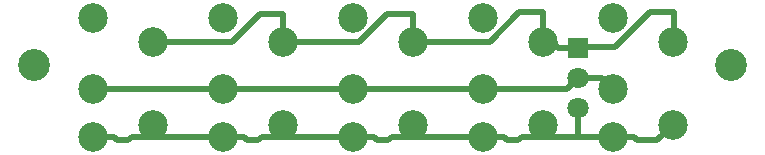
<source format=gbl>
%FSLAX24Y24*%
%MOIN*%
G70*
G01*
G75*
G04 Layer_Physical_Order=2*
G04 Layer_Color=16711680*
%ADD10C,0.0197*%
%ADD11R,0.0709X0.0709*%
%ADD12C,0.0709*%
%ADD13C,0.0984*%
%ADD14C,0.1063*%
D10*
X19357Y469D02*
X20476D01*
X17429D02*
X19357D01*
X19307Y519D02*
X19357Y469D01*
X19307Y519D02*
Y1407D01*
X20476Y469D02*
X21160D01*
X16145D02*
X16829D01*
X13098D02*
X16145D01*
X11814D02*
X12499D01*
X8767D02*
X11814D01*
X7483D02*
X8168D01*
X4437D02*
X7483D01*
X21946Y350D02*
X22460Y863D01*
X21280Y350D02*
X21946D01*
X21160Y469D02*
X21280Y350D01*
X17309D02*
X17429Y469D01*
X16949Y350D02*
X17309D01*
X16829Y469D02*
X16949Y350D01*
X12978D02*
X13098Y469D01*
X12618Y350D02*
X12978D01*
X12499Y469D02*
X12618Y350D01*
X8648D02*
X8767Y469D01*
X8288Y350D02*
X8648D01*
X8168Y469D02*
X8288Y350D01*
X4317D02*
X4437Y469D01*
X3957Y350D02*
X4317D01*
X3837Y469D02*
X3957Y350D01*
X3153Y469D02*
X3837D01*
X16129Y2044D02*
X18944D01*
X11798D02*
X16129D01*
X7468D02*
X11798D01*
X3137D02*
X7468D01*
X20096Y2407D02*
X20460Y2044D01*
X19307Y2407D02*
X20096D01*
X18944Y2044D02*
X19307Y2407D01*
X22460Y3619D02*
X22507Y3667D01*
Y4607D01*
X21707D02*
X22507D01*
X20557Y3457D02*
X21707Y4607D01*
X19357Y3457D02*
X20557D01*
X19307Y3407D02*
X19357Y3457D01*
X18657Y3407D02*
X19307D01*
X18446Y3619D02*
X18657Y3407D01*
X18129Y3619D02*
X18446D01*
X18129D02*
X18157Y3647D01*
Y4607D01*
X17357D02*
X18157D01*
X16369Y3619D02*
X17357Y4607D01*
X13798Y3619D02*
X16369D01*
X13798D02*
X13807Y3628D01*
Y4557D01*
X12957D02*
X13807D01*
X12019Y3619D02*
X12957Y4557D01*
X9468Y3619D02*
X12019D01*
X9468D02*
Y4547D01*
X9457Y4557D02*
X9468Y4547D01*
X8707Y4557D02*
X9457D01*
X7769Y3619D02*
X8707Y4557D01*
X5137Y3619D02*
X7769D01*
D11*
X19307Y3407D02*
D03*
D12*
Y2407D02*
D03*
Y1407D02*
D03*
D13*
X20460Y2044D02*
D03*
Y4406D02*
D03*
X22460Y3619D02*
D03*
X20476Y469D02*
D03*
X22460Y863D02*
D03*
X16129Y2044D02*
D03*
Y4406D02*
D03*
X18129Y3619D02*
D03*
X16145Y469D02*
D03*
X18129Y863D02*
D03*
X11798Y2044D02*
D03*
Y4406D02*
D03*
X13798Y3619D02*
D03*
X11814Y469D02*
D03*
X13798Y863D02*
D03*
X7468Y2044D02*
D03*
Y4406D02*
D03*
X9468Y3619D02*
D03*
X7483Y469D02*
D03*
X9468Y863D02*
D03*
X3137Y2044D02*
D03*
Y4406D02*
D03*
X5137Y3619D02*
D03*
X3153Y469D02*
D03*
X5137Y863D02*
D03*
D14*
X1181Y2853D02*
D03*
X24409D02*
D03*
M02*

</source>
